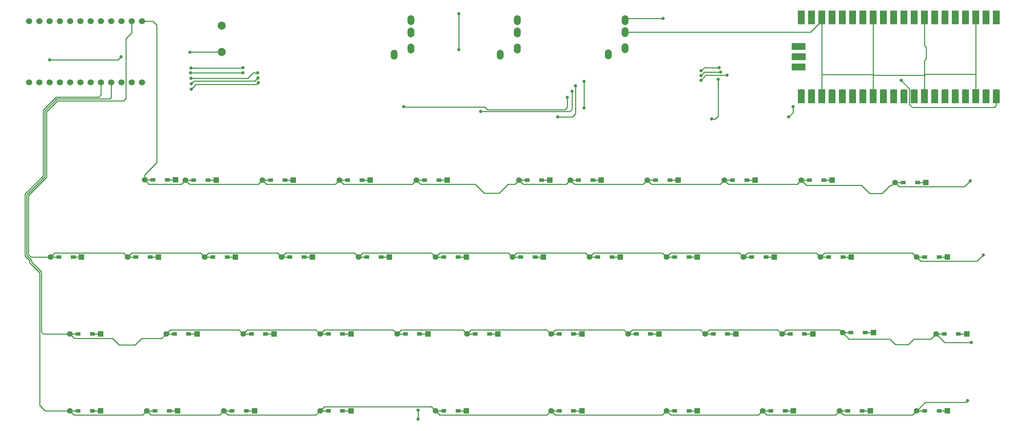
<source format=gbr>
G04 #@! TF.GenerationSoftware,KiCad,Pcbnew,(5.1.6-0-10_14)*
G04 #@! TF.CreationDate,2022-07-23T13:37:28+09:00*
G04 #@! TF.ProjectId,cool445,636f6f6c-3434-4352-9e6b-696361645f70,rev?*
G04 #@! TF.SameCoordinates,Original*
G04 #@! TF.FileFunction,Copper,L1,Top*
G04 #@! TF.FilePolarity,Positive*
%FSLAX46Y46*%
G04 Gerber Fmt 4.6, Leading zero omitted, Abs format (unit mm)*
G04 Created by KiCad (PCBNEW (5.1.6-0-10_14)) date 2022-07-23 13:37:28*
%MOMM*%
%LPD*%
G01*
G04 APERTURE LIST*
G04 #@! TA.AperFunction,ComponentPad*
%ADD10C,1.397000*%
G04 #@! TD*
G04 #@! TA.AperFunction,ComponentPad*
%ADD11R,1.397000X1.397000*%
G04 #@! TD*
G04 #@! TA.AperFunction,SMDPad,CuDef*
%ADD12R,1.300000X0.950000*%
G04 #@! TD*
G04 #@! TA.AperFunction,ComponentPad*
%ADD13C,2.000000*%
G04 #@! TD*
G04 #@! TA.AperFunction,ComponentPad*
%ADD14O,1.700000X1.700000*%
G04 #@! TD*
G04 #@! TA.AperFunction,ComponentPad*
%ADD15R,1.700000X1.700000*%
G04 #@! TD*
G04 #@! TA.AperFunction,SMDPad,CuDef*
%ADD16R,1.700000X3.500000*%
G04 #@! TD*
G04 #@! TA.AperFunction,SMDPad,CuDef*
%ADD17R,3.500000X1.700000*%
G04 #@! TD*
G04 #@! TA.AperFunction,ComponentPad*
%ADD18C,1.524000*%
G04 #@! TD*
G04 #@! TA.AperFunction,ComponentPad*
%ADD19O,1.700000X2.500000*%
G04 #@! TD*
G04 #@! TA.AperFunction,ViaPad*
%ADD20C,0.800000*%
G04 #@! TD*
G04 #@! TA.AperFunction,Conductor*
%ADD21C,0.250000*%
G04 #@! TD*
G04 APERTURE END LIST*
D10*
X172403000Y-67150000D03*
D11*
X180023000Y-67150000D03*
D12*
X177988000Y-67150000D03*
X174438000Y-67150000D03*
D10*
X143828000Y-67150000D03*
D11*
X151448000Y-67150000D03*
D12*
X149413000Y-67150000D03*
X145863000Y-67150000D03*
D10*
X115253000Y-67150000D03*
D11*
X122873000Y-67150000D03*
D12*
X120838000Y-67150000D03*
X117288000Y-67150000D03*
D10*
X86678000Y-67150000D03*
D11*
X94298000Y-67150000D03*
D12*
X92263000Y-67150000D03*
X88713000Y-67150000D03*
D10*
X24765499Y-48100000D03*
D11*
X32385499Y-48100000D03*
D12*
X30350499Y-48100000D03*
X26800499Y-48100000D03*
D10*
X228920000Y-10560000D03*
D11*
X236540000Y-10560000D03*
D12*
X234505000Y-10560000D03*
X230955000Y-10560000D03*
D10*
X43290000Y-9940000D03*
D11*
X50910000Y-9940000D03*
D12*
X48875000Y-9940000D03*
X45325000Y-9940000D03*
D10*
X234315000Y-67150000D03*
D11*
X241935000Y-67150000D03*
D12*
X239900000Y-67150000D03*
X236350000Y-67150000D03*
D10*
X215265000Y-67150000D03*
D11*
X222885000Y-67150000D03*
D12*
X220850000Y-67150000D03*
X217300000Y-67150000D03*
D10*
X196215000Y-67150000D03*
D11*
X203835000Y-67150000D03*
D12*
X201800000Y-67150000D03*
X198250000Y-67150000D03*
D10*
X62865000Y-67150000D03*
D11*
X70485000Y-67150000D03*
D12*
X68450000Y-67150000D03*
X64900000Y-67150000D03*
D10*
X110490000Y-10000000D03*
D11*
X118110000Y-10000000D03*
D12*
X116075000Y-10000000D03*
X112525000Y-10000000D03*
D10*
X91440000Y-10000000D03*
D11*
X99060000Y-10000000D03*
D12*
X97025000Y-10000000D03*
X93475000Y-10000000D03*
X155387500Y-29050000D03*
D10*
X153352500Y-29050000D03*
D11*
X160972500Y-29050000D03*
D12*
X158937500Y-29050000D03*
X174437500Y-29050000D03*
D10*
X172402500Y-29050000D03*
D11*
X180022500Y-29050000D03*
D12*
X177987500Y-29050000D03*
X193487500Y-29050000D03*
D10*
X191452500Y-29050000D03*
D11*
X199072500Y-29050000D03*
D12*
X197037500Y-29050000D03*
D13*
X62340000Y28280000D03*
X62340000Y21780000D03*
D14*
X254030000Y29450000D03*
X251490000Y29450000D03*
D15*
X248950000Y29450000D03*
D14*
X246410000Y29450000D03*
X243870000Y29450000D03*
X241330000Y29450000D03*
X238790000Y29450000D03*
D15*
X236250000Y29450000D03*
D14*
X233710000Y29450000D03*
X231170000Y29450000D03*
X228630000Y29450000D03*
X226090000Y29450000D03*
D15*
X223550000Y29450000D03*
D14*
X221010000Y29450000D03*
X218470000Y29450000D03*
X215930000Y29450000D03*
X213390000Y29450000D03*
D15*
X210850000Y29450000D03*
D14*
X208310000Y29450000D03*
X205770000Y29450000D03*
X205770000Y11670000D03*
X208310000Y11670000D03*
D15*
X210850000Y11670000D03*
D14*
X213390000Y11670000D03*
X215930000Y11670000D03*
X218470000Y11670000D03*
X221010000Y11670000D03*
D15*
X223550000Y11670000D03*
D14*
X226090000Y11670000D03*
X228630000Y11670000D03*
X231170000Y11670000D03*
X233710000Y11670000D03*
D15*
X236250000Y11670000D03*
D14*
X238790000Y11670000D03*
X241330000Y11670000D03*
X243870000Y11670000D03*
X246410000Y11670000D03*
D15*
X248950000Y11670000D03*
D14*
X251490000Y11670000D03*
X254030000Y11670000D03*
D16*
X254030000Y30350000D03*
X251490000Y30350000D03*
X248950000Y30350000D03*
X246410000Y30350000D03*
X243870000Y30350000D03*
X241330000Y30350000D03*
X238790000Y30350000D03*
X236250000Y30350000D03*
X233710000Y30350000D03*
X231170000Y30350000D03*
X228630000Y30350000D03*
X226090000Y30350000D03*
X223550000Y30350000D03*
X221010000Y30350000D03*
X218470000Y30350000D03*
X215930000Y30350000D03*
X213390000Y30350000D03*
X210850000Y30350000D03*
X208310000Y30350000D03*
X205770000Y30350000D03*
X254030000Y10770000D03*
X251490000Y10770000D03*
X248950000Y10770000D03*
X246410000Y10770000D03*
X243870000Y10770000D03*
X241330000Y10770000D03*
X238790000Y10770000D03*
X236250000Y10770000D03*
X233710000Y10770000D03*
X231170000Y10770000D03*
X228630000Y10770000D03*
X226090000Y10770000D03*
X223550000Y10770000D03*
X221010000Y10770000D03*
X218470000Y10770000D03*
X215930000Y10770000D03*
X213390000Y10770000D03*
X210850000Y10770000D03*
X208310000Y10770000D03*
X205770000Y10770000D03*
D17*
X205100000Y23100000D03*
D14*
X206000000Y23100000D03*
D17*
X205100000Y20560000D03*
D15*
X206000000Y20560000D03*
D17*
X205100000Y18020000D03*
D14*
X206000000Y18020000D03*
D18*
X14692000Y14201400D03*
X17232000Y14201400D03*
X19772000Y14201400D03*
X22312000Y14201400D03*
X24852000Y14201400D03*
X27392000Y14201400D03*
X29932000Y14201400D03*
X32472000Y14201400D03*
X35012000Y14201400D03*
X37552000Y14201400D03*
X40092000Y14201400D03*
X42632000Y14201400D03*
X42632000Y29421400D03*
X40092000Y29421400D03*
X37552000Y29421400D03*
X35012000Y29421400D03*
X32472000Y29421400D03*
X29932000Y29421400D03*
X27392000Y29421400D03*
X24852000Y29421400D03*
X22312000Y29421400D03*
X19772000Y29421400D03*
X17232000Y29421400D03*
X14692000Y29421400D03*
D12*
X101787500Y-29050000D03*
D11*
X103822500Y-29050000D03*
D10*
X96202500Y-29050000D03*
D12*
X98237500Y-29050000D03*
X117287500Y-29050000D03*
D10*
X115252500Y-29050000D03*
D11*
X122872500Y-29050000D03*
D12*
X120837500Y-29050000D03*
D10*
X43815000Y-67150000D03*
D11*
X51435000Y-67150000D03*
D12*
X49400000Y-67150000D03*
X45850000Y-67150000D03*
D10*
X24765000Y-67150000D03*
D11*
X32385000Y-67150000D03*
D12*
X30350000Y-67150000D03*
X26800000Y-67150000D03*
D10*
X239077500Y-48100000D03*
D11*
X246697500Y-48100000D03*
D12*
X244662500Y-48100000D03*
X241112500Y-48100000D03*
D10*
X215970000Y-47730000D03*
D11*
X223590000Y-47730000D03*
D12*
X221555000Y-47730000D03*
X218005000Y-47730000D03*
D10*
X200977500Y-48100000D03*
D11*
X208597500Y-48100000D03*
D12*
X206562500Y-48100000D03*
X203012500Y-48100000D03*
D10*
X181927500Y-48100000D03*
D11*
X189547500Y-48100000D03*
D12*
X187512500Y-48100000D03*
X183962500Y-48100000D03*
D10*
X162877500Y-48100000D03*
D11*
X170497500Y-48100000D03*
D12*
X168462500Y-48100000D03*
X164912500Y-48100000D03*
D10*
X143827500Y-48100000D03*
D11*
X151447500Y-48100000D03*
D12*
X149412500Y-48100000D03*
X145862500Y-48100000D03*
D10*
X123010000Y-48080000D03*
D11*
X130630000Y-48080000D03*
D12*
X128595000Y-48080000D03*
X125045000Y-48080000D03*
D10*
X105727500Y-48100000D03*
D11*
X113347500Y-48100000D03*
D12*
X111312500Y-48100000D03*
X107762500Y-48100000D03*
D10*
X86677500Y-48100000D03*
D11*
X94297500Y-48100000D03*
D12*
X92262500Y-48100000D03*
X88712500Y-48100000D03*
D10*
X67627500Y-48100000D03*
D11*
X75247500Y-48100000D03*
D12*
X73212500Y-48100000D03*
X69662500Y-48100000D03*
D10*
X48577500Y-48100000D03*
D11*
X56197500Y-48100000D03*
D12*
X54162500Y-48100000D03*
X50612500Y-48100000D03*
D10*
X205740000Y-10000000D03*
D11*
X213360000Y-10000000D03*
D12*
X211325000Y-10000000D03*
X207775000Y-10000000D03*
D10*
X186690000Y-10000000D03*
D11*
X194310000Y-10000000D03*
D12*
X192275000Y-10000000D03*
X188725000Y-10000000D03*
D10*
X167640000Y-10000000D03*
D11*
X175260000Y-10000000D03*
D12*
X173225000Y-10000000D03*
X169675000Y-10000000D03*
D10*
X148590000Y-10000000D03*
D11*
X156210000Y-10000000D03*
D12*
X154175000Y-10000000D03*
X150625000Y-10000000D03*
D10*
X135890000Y-10000000D03*
D11*
X143510000Y-10000000D03*
D12*
X141475000Y-10000000D03*
X137925000Y-10000000D03*
X236350500Y-29050000D03*
D10*
X234315500Y-29050000D03*
D11*
X241935500Y-29050000D03*
D12*
X239900500Y-29050000D03*
D10*
X72390000Y-10000000D03*
D11*
X80010000Y-10000000D03*
D12*
X77975000Y-10000000D03*
X74425000Y-10000000D03*
D10*
X53340000Y-10000000D03*
D11*
X60960000Y-10000000D03*
D12*
X58925000Y-10000000D03*
X55375000Y-10000000D03*
X25587500Y-29050000D03*
D11*
X27622500Y-29050000D03*
D10*
X20002500Y-29050000D03*
D12*
X22037500Y-29050000D03*
X44637500Y-29050000D03*
D11*
X46672500Y-29050000D03*
D10*
X39052500Y-29050000D03*
D12*
X41087500Y-29050000D03*
X63687500Y-29050000D03*
D11*
X65722500Y-29050000D03*
D10*
X58102500Y-29050000D03*
D12*
X60137500Y-29050000D03*
X82737500Y-29050000D03*
D11*
X84772500Y-29050000D03*
D10*
X77152500Y-29050000D03*
D12*
X79187500Y-29050000D03*
X136337500Y-29050000D03*
D10*
X134302500Y-29050000D03*
D11*
X141922500Y-29050000D03*
D12*
X139887500Y-29050000D03*
X212537500Y-29050000D03*
D10*
X210502500Y-29050000D03*
D11*
X218122500Y-29050000D03*
D12*
X216087500Y-29050000D03*
D19*
X135470000Y29610000D03*
X135470000Y26610000D03*
X135470000Y22610000D03*
X131270000Y21110000D03*
X104990000Y21110000D03*
X109190000Y22610000D03*
X109190000Y26610000D03*
X109190000Y29610000D03*
X162170000Y29670000D03*
X162170000Y26670000D03*
X162170000Y22670000D03*
X157970000Y21170000D03*
D20*
X247615000Y-10125000D03*
X250780000Y-28540000D03*
X247800000Y-50230000D03*
X246940000Y-64590000D03*
X171580000Y30050000D03*
X54440000Y21700000D03*
X37450000Y20600000D03*
X19772000Y19792000D03*
X230440030Y14710030D03*
X67560000Y17840000D03*
X54680000Y17810000D03*
X120980000Y22330000D03*
X120980000Y31210000D03*
X54820000Y12560000D03*
X71370000Y14160000D03*
X180920000Y14760000D03*
X187380000Y16000000D03*
X110910000Y-69190000D03*
X110910000Y-67010000D03*
X107400000Y8200000D03*
X147880000Y10500000D03*
X126450000Y7040000D03*
X149010000Y12040000D03*
X145500000Y5690000D03*
X149890000Y13360000D03*
X151960000Y14500000D03*
X151970000Y7850000D03*
X183600000Y5210000D03*
X185170000Y14980000D03*
X202650000Y5660000D03*
X203720000Y8230000D03*
X71250000Y16600000D03*
X54680000Y15280000D03*
X180950000Y17075000D03*
X185460000Y17890000D03*
X54760000Y13870000D03*
X71320000Y15340000D03*
X180920000Y15920000D03*
X185740000Y16750000D03*
X67555000Y16625000D03*
X54670000Y16590000D03*
D21*
X58925000Y-10000000D02*
X60960000Y-10000000D01*
X246156499Y-11583501D02*
X229943501Y-11583501D01*
X229943501Y-11583501D02*
X228920000Y-10560000D01*
X46260000Y28450000D02*
X45288600Y29421400D01*
X45288600Y29421400D02*
X42632000Y29421400D01*
X185666499Y-11023501D02*
X186690000Y-10000000D01*
X228920000Y-10560000D02*
X230955000Y-10560000D01*
X168663501Y-11023501D02*
X185666499Y-11023501D01*
X43290000Y-8650000D02*
X46260000Y-5680000D01*
X186690000Y-10000000D02*
X188725000Y-10000000D01*
X204716499Y-11023501D02*
X205740000Y-10000000D01*
X187713501Y-11023501D02*
X204716499Y-11023501D01*
X205740000Y-10000000D02*
X207775000Y-10000000D01*
X186690000Y-10000000D02*
X187713501Y-11023501D01*
X167640000Y-10000000D02*
X169675000Y-10000000D01*
X149613501Y-11023501D02*
X166616499Y-11023501D01*
X148590000Y-10000000D02*
X149613501Y-11023501D01*
X167640000Y-10000000D02*
X168663501Y-11023501D01*
X46260000Y-5680000D02*
X46260000Y28450000D01*
X43290000Y-9940000D02*
X43290000Y-8650000D01*
X110490000Y-10000000D02*
X112525000Y-10000000D01*
X135890000Y-10000000D02*
X137925000Y-10000000D01*
X147566499Y-11023501D02*
X148590000Y-10000000D01*
X136913501Y-11023501D02*
X147566499Y-11023501D01*
X135890000Y-10000000D02*
X136913501Y-11023501D01*
X148590000Y-10000000D02*
X150625000Y-10000000D01*
X166616499Y-11023501D02*
X167640000Y-10000000D01*
X91440000Y-10000000D02*
X92463501Y-11023501D01*
X92463501Y-11023501D02*
X109466499Y-11023501D01*
X109466499Y-11023501D02*
X110490000Y-10000000D01*
X91440000Y-10000000D02*
X93475000Y-10000000D01*
X72390000Y-10000000D02*
X73413501Y-11023501D01*
X73413501Y-11023501D02*
X90416499Y-11023501D01*
X90416499Y-11023501D02*
X91440000Y-10000000D01*
X72390000Y-10000000D02*
X74425000Y-10000000D01*
X53340000Y-10000000D02*
X54363501Y-11023501D01*
X54363501Y-11023501D02*
X71366499Y-11023501D01*
X71366499Y-11023501D02*
X72390000Y-10000000D01*
X55375000Y-10115000D02*
X55260000Y-10000000D01*
X55260000Y-10000000D02*
X53340000Y-10000000D01*
X55375000Y-10000000D02*
X55375000Y-10115000D01*
X43290000Y-9940000D02*
X44313501Y-10963501D01*
X44313501Y-10963501D02*
X52376499Y-10963501D01*
X52376499Y-10963501D02*
X53340000Y-10000000D01*
X43290000Y-9940000D02*
X45325000Y-9940000D01*
X134866499Y-11023501D02*
X135890000Y-10000000D01*
X133236499Y-11023501D02*
X134866499Y-11023501D01*
X111513501Y-11023501D02*
X125103501Y-11023501D01*
X125103501Y-11023501D02*
X127310000Y-13230000D01*
X127310000Y-13230000D02*
X131030000Y-13230000D01*
X110490000Y-10000000D02*
X111513501Y-11023501D01*
X131030000Y-13230000D02*
X133236499Y-11023501D01*
X220658499Y-11258499D02*
X222690000Y-13290000D01*
X205740000Y-10000000D02*
X206998499Y-11258499D01*
X225730000Y-13290000D02*
X227761501Y-11258499D01*
X227761501Y-11258499D02*
X228221501Y-11258499D01*
X222690000Y-13290000D02*
X225730000Y-13290000D01*
X228221501Y-11258499D02*
X228920000Y-10560000D01*
X206998499Y-11258499D02*
X220658499Y-11258499D01*
X247615000Y-10125000D02*
X246156499Y-11583501D01*
X77975000Y-10000000D02*
X80010000Y-10000000D01*
X97025000Y-10000000D02*
X99060000Y-10000000D01*
X116075000Y-10000000D02*
X118110000Y-10000000D01*
X141475000Y-10000000D02*
X143510000Y-10000000D01*
X154175000Y-10000000D02*
X156210000Y-10000000D01*
X173225000Y-10000000D02*
X175260000Y-10000000D01*
X192275000Y-10000000D02*
X194310000Y-10000000D01*
X211325000Y-10000000D02*
X213360000Y-10000000D01*
X25587500Y-29050000D02*
X27622500Y-29050000D01*
X20002500Y-29050000D02*
X22037500Y-29050000D01*
X250780000Y-28540000D02*
X249246499Y-30073501D01*
X249246499Y-30073501D02*
X235339001Y-30073501D01*
X235339001Y-30073501D02*
X234315500Y-29050000D01*
X39052500Y-29050000D02*
X38028999Y-28026499D01*
X38028999Y-28026499D02*
X21026001Y-28026499D01*
X21026001Y-28026499D02*
X20002500Y-29050000D01*
X39052500Y-29050000D02*
X41087500Y-29050000D01*
X58102500Y-29050000D02*
X57078999Y-28026499D01*
X57078999Y-28026499D02*
X40076001Y-28026499D01*
X40076001Y-28026499D02*
X39052500Y-29050000D01*
X58102500Y-29050000D02*
X60137500Y-29050000D01*
X77152500Y-29050000D02*
X76128999Y-28026499D01*
X76128999Y-28026499D02*
X59126001Y-28026499D01*
X59126001Y-28026499D02*
X58102500Y-29050000D01*
X77152500Y-29050000D02*
X79187500Y-29050000D01*
X96202500Y-29050000D02*
X95178999Y-28026499D01*
X95178999Y-28026499D02*
X78176001Y-28026499D01*
X78176001Y-28026499D02*
X77152500Y-29050000D01*
X96202500Y-29050000D02*
X98237500Y-29050000D01*
X115252500Y-29050000D02*
X114228999Y-28026499D01*
X114228999Y-28026499D02*
X97226001Y-28026499D01*
X97226001Y-28026499D02*
X96202500Y-29050000D01*
X115252500Y-29050000D02*
X117287500Y-29050000D01*
X134302500Y-29050000D02*
X133278999Y-28026499D01*
X133278999Y-28026499D02*
X116276001Y-28026499D01*
X116276001Y-28026499D02*
X115252500Y-29050000D01*
X134302500Y-29050000D02*
X136337500Y-29050000D01*
X153352500Y-29050000D02*
X152328999Y-28026499D01*
X135326001Y-28026499D02*
X134302500Y-29050000D01*
X152328999Y-28026499D02*
X135326001Y-28026499D01*
X153352500Y-29050000D02*
X155387500Y-29050000D01*
X172402500Y-29050000D02*
X171378999Y-28026499D01*
X171378999Y-28026499D02*
X154376001Y-28026499D01*
X154376001Y-28026499D02*
X153352500Y-29050000D01*
X172402500Y-29050000D02*
X174437500Y-29050000D01*
X191452500Y-29050000D02*
X190428999Y-28026499D01*
X190428999Y-28026499D02*
X173426001Y-28026499D01*
X173426001Y-28026499D02*
X172402500Y-29050000D01*
X191452500Y-29050000D02*
X193487500Y-29050000D01*
X210502500Y-29050000D02*
X209478999Y-28026499D01*
X209478999Y-28026499D02*
X192476001Y-28026499D01*
X192476001Y-28026499D02*
X191452500Y-29050000D01*
X210502500Y-29050000D02*
X212537500Y-29050000D01*
X234315500Y-29050000D02*
X233291999Y-28026499D01*
X233291999Y-28026499D02*
X211526001Y-28026499D01*
X211526001Y-28026499D02*
X210502500Y-29050000D01*
X234315500Y-29050000D02*
X236350500Y-29050000D01*
X14530000Y-28440000D02*
X15140000Y-29050000D01*
X14530000Y-13780000D02*
X14530000Y-28440000D01*
X19000000Y6969960D02*
X19000000Y-9310000D01*
X15140000Y-29050000D02*
X20002500Y-29050000D01*
X38639001Y25069001D02*
X38639001Y10279001D01*
X34816391Y9689981D02*
X21720020Y9689980D01*
X38639001Y10279001D02*
X38030000Y9670000D01*
X34836372Y9670000D02*
X34816391Y9689981D01*
X38030000Y9670000D02*
X34836372Y9670000D01*
X40092000Y26522000D02*
X38639001Y25069001D01*
X19000000Y-9310000D02*
X14530000Y-13780000D01*
X21720020Y9689980D02*
X19000000Y6969960D01*
X40092000Y29421400D02*
X40092000Y26522000D01*
X44637500Y-29050000D02*
X46672500Y-29050000D01*
X63687500Y-29050000D02*
X65722500Y-29050000D01*
X82737500Y-29050000D02*
X84772500Y-29050000D01*
X101787500Y-29050000D02*
X103822500Y-29050000D01*
X120837500Y-29050000D02*
X122872500Y-29050000D01*
X139887500Y-29050000D02*
X141922500Y-29050000D01*
X158937500Y-29050000D02*
X160972500Y-29050000D01*
X177987500Y-29050000D02*
X180022500Y-29050000D01*
X197037500Y-29050000D02*
X199072500Y-29050000D01*
X216087500Y-29050000D02*
X218122500Y-29050000D01*
X54162500Y-48100000D02*
X56197500Y-48100000D01*
X14079991Y-28626401D02*
X15265000Y-29811410D01*
X21533619Y10139989D02*
X18549990Y7156360D01*
X18549990Y-9123600D02*
X14079990Y-13593600D01*
X17740010Y-47640000D02*
X18200010Y-48100000D01*
X17740010Y-32720010D02*
X17740010Y-47640000D01*
X18200010Y-48100000D02*
X24765499Y-48100000D01*
X35012000Y10522000D02*
X34629990Y10139990D01*
X34629990Y10139990D02*
X21533619Y10139989D01*
X15265000Y-29811410D02*
X15265000Y-30245000D01*
X14079990Y-13593600D02*
X14079991Y-28626401D01*
X15265000Y-30245000D02*
X17740010Y-32720010D01*
X18549990Y7156360D02*
X18549990Y-9123600D01*
X35012000Y14201400D02*
X35012000Y10522000D01*
X241207500Y-50230000D02*
X239077500Y-48100000D01*
X239077500Y-48100000D02*
X241112500Y-48100000D01*
X215970000Y-47730000D02*
X218005000Y-47730000D01*
X200977500Y-48100000D02*
X203012500Y-48100000D01*
X181927500Y-48100000D02*
X183962500Y-48100000D01*
X162877500Y-48100000D02*
X164912500Y-48100000D01*
X143827500Y-48100000D02*
X145862500Y-48100000D01*
X123010000Y-48080000D02*
X125045000Y-48080000D01*
X105727500Y-48100000D02*
X107762500Y-48100000D01*
X86677500Y-48100000D02*
X88712500Y-48100000D01*
X67627500Y-48100000D02*
X69662500Y-48100000D01*
X48577500Y-48100000D02*
X50612500Y-48100000D01*
X24765499Y-48100000D02*
X26800499Y-48100000D01*
X67627500Y-48100000D02*
X66603999Y-47076499D01*
X66603999Y-47076499D02*
X49601001Y-47076499D01*
X49601001Y-47076499D02*
X48577500Y-48100000D01*
X86677500Y-48100000D02*
X85653999Y-47076499D01*
X85653999Y-47076499D02*
X68651001Y-47076499D01*
X68651001Y-47076499D02*
X67627500Y-48100000D01*
X105727500Y-48100000D02*
X104703999Y-47076499D01*
X104703999Y-47076499D02*
X87701001Y-47076499D01*
X87701001Y-47076499D02*
X86677500Y-48100000D01*
X143827500Y-48100000D02*
X142783999Y-47056499D01*
X124033501Y-47056499D02*
X123010000Y-48080000D01*
X142783999Y-47056499D02*
X124033501Y-47056499D01*
X162877500Y-48100000D02*
X161853999Y-47076499D01*
X161853999Y-47076499D02*
X144851001Y-47076499D01*
X144851001Y-47076499D02*
X143827500Y-48100000D01*
X181927500Y-48100000D02*
X180903999Y-47076499D01*
X180903999Y-47076499D02*
X163901001Y-47076499D01*
X163901001Y-47076499D02*
X162877500Y-48100000D01*
X200977500Y-48100000D02*
X199953999Y-47076499D01*
X199953999Y-47076499D02*
X182951001Y-47076499D01*
X182951001Y-47076499D02*
X181927500Y-48100000D01*
X215970000Y-47730000D02*
X215271501Y-47031501D01*
X202045999Y-47031501D02*
X200977500Y-48100000D01*
X215271501Y-47031501D02*
X202045999Y-47031501D01*
X123010000Y-48080000D02*
X122006499Y-47076499D01*
X122006499Y-47076499D02*
X106751001Y-47076499D01*
X106751001Y-47076499D02*
X105727500Y-48100000D01*
X215970000Y-47730000D02*
X217570000Y-49330000D01*
X217570000Y-49330000D02*
X227670000Y-49330000D01*
X232240000Y-50720000D02*
X233630000Y-49330000D01*
X227670000Y-49330000D02*
X229060000Y-50720000D01*
X237847500Y-49330000D02*
X239077500Y-48100000D01*
X229060000Y-50720000D02*
X232240000Y-50720000D01*
X233630000Y-49330000D02*
X237847500Y-49330000D01*
X25873355Y-49207856D02*
X35287856Y-49207856D01*
X40880000Y-50830000D02*
X42502144Y-49207856D01*
X47469644Y-49207856D02*
X48577500Y-48100000D01*
X35287856Y-49207856D02*
X36910000Y-50830000D01*
X24765499Y-48100000D02*
X25873355Y-49207856D01*
X36910000Y-50830000D02*
X40880000Y-50830000D01*
X42502144Y-49207856D02*
X47469644Y-49207856D01*
X247800000Y-50230000D02*
X241207500Y-50230000D01*
X73212500Y-48100000D02*
X75247500Y-48100000D01*
X92262500Y-48100000D02*
X94297500Y-48100000D01*
X111312500Y-48100000D02*
X113347500Y-48100000D01*
X128595000Y-48080000D02*
X130630000Y-48080000D01*
X149412500Y-48100000D02*
X151447500Y-48100000D01*
X168462500Y-48100000D02*
X170497500Y-48100000D01*
X187512500Y-48100000D02*
X189547500Y-48100000D01*
X206562500Y-48100000D02*
X208597500Y-48100000D01*
X221555000Y-47730000D02*
X223590000Y-47730000D01*
X244662500Y-48100000D02*
X246697500Y-48100000D01*
X30350000Y-67150000D02*
X32385000Y-67150000D01*
X17290000Y-65760000D02*
X17290000Y-32906410D01*
X14814990Y-29997810D02*
X13629982Y-28812800D01*
X24765000Y-67150000D02*
X18680000Y-67150000D01*
X31900000Y10590000D02*
X32472000Y11162000D01*
X14790000Y-30406410D02*
X14790000Y-30030000D01*
X18099981Y7342761D02*
X21347220Y10590000D01*
X14814990Y-30005010D02*
X14814990Y-29997810D01*
X21347220Y10590000D02*
X31900000Y10590000D01*
X17290000Y-32906410D02*
X14790000Y-30406410D01*
X13629981Y-13407199D02*
X18099980Y-8937200D01*
X18680000Y-67150000D02*
X17290000Y-65760000D01*
X14790000Y-30030000D02*
X14814990Y-30005010D01*
X32472000Y11162000D02*
X32472000Y14201400D01*
X13629982Y-28812800D02*
X13629981Y-13407199D01*
X18099980Y-8937200D02*
X18099981Y7342761D01*
X246940000Y-64590000D02*
X246540001Y-64989999D01*
X246540001Y-64989999D02*
X236475001Y-64989999D01*
X236475001Y-64989999D02*
X234315000Y-67150000D01*
X115253000Y-67150000D02*
X114229499Y-66126499D01*
X114229499Y-66126499D02*
X87701501Y-66126499D01*
X87701501Y-66126499D02*
X86678000Y-67150000D01*
X215265000Y-67150000D02*
X216288501Y-68173501D01*
X216288501Y-68173501D02*
X233291499Y-68173501D01*
X233291499Y-68173501D02*
X234315000Y-67150000D01*
X196215000Y-67150000D02*
X197238501Y-68173501D01*
X197238501Y-68173501D02*
X214241499Y-68173501D01*
X214241499Y-68173501D02*
X215265000Y-67150000D01*
X172403000Y-67150000D02*
X173426501Y-68173501D01*
X173426501Y-68173501D02*
X195191499Y-68173501D01*
X195191499Y-68173501D02*
X196215000Y-67150000D01*
X143828000Y-67150000D02*
X144851501Y-68173501D01*
X144851501Y-68173501D02*
X171379499Y-68173501D01*
X171379499Y-68173501D02*
X172403000Y-67150000D01*
X115253000Y-67150000D02*
X116276501Y-68173501D01*
X116276501Y-68173501D02*
X142804499Y-68173501D01*
X142804499Y-68173501D02*
X143828000Y-67150000D01*
X62865000Y-67150000D02*
X63888501Y-68173501D01*
X63888501Y-68173501D02*
X85654499Y-68173501D01*
X85654499Y-68173501D02*
X86678000Y-67150000D01*
X43815000Y-67150000D02*
X44838501Y-68173501D01*
X44838501Y-68173501D02*
X61841499Y-68173501D01*
X61841499Y-68173501D02*
X62865000Y-67150000D01*
X24765000Y-67150000D02*
X25788501Y-68173501D01*
X42791499Y-68173501D02*
X43815000Y-67150000D01*
X25788501Y-68173501D02*
X42791499Y-68173501D01*
X234315000Y-67150000D02*
X236350000Y-67150000D01*
X215265000Y-67150000D02*
X217300000Y-67150000D01*
X196215000Y-67150000D02*
X198250000Y-67150000D01*
X172403000Y-67150000D02*
X174438000Y-67150000D01*
X143828000Y-67150000D02*
X145863000Y-67150000D01*
X115253000Y-67150000D02*
X117288000Y-67150000D01*
X86678000Y-67150000D02*
X88713000Y-67150000D01*
X62865000Y-67150000D02*
X64900000Y-67150000D01*
X43815000Y-67150000D02*
X45850000Y-67150000D01*
X26130000Y-67150000D02*
X26800000Y-67150000D01*
X24765000Y-67150000D02*
X26130000Y-67150000D01*
X49400000Y-67150000D02*
X51435000Y-67150000D01*
X68450000Y-67150000D02*
X70485000Y-67150000D01*
X201800000Y-67150000D02*
X203835000Y-67150000D01*
X220850000Y-67150000D02*
X222885000Y-67150000D01*
X239900000Y-67150000D02*
X241935000Y-67150000D01*
X48875000Y-9940000D02*
X50910000Y-9940000D01*
X234505000Y-10560000D02*
X236540000Y-10560000D01*
X239900500Y-29050000D02*
X241935500Y-29050000D01*
X30350499Y-48100000D02*
X32385499Y-48100000D01*
X92263000Y-67150000D02*
X94298000Y-67150000D01*
X120838000Y-67150000D02*
X122873000Y-67150000D01*
X149413000Y-67150000D02*
X151448000Y-67150000D01*
X177988000Y-67150000D02*
X180023000Y-67150000D01*
X171580000Y30050000D02*
X162550000Y30050000D01*
X162550000Y30050000D02*
X162170000Y29670000D01*
X208040000Y26640000D02*
X162200000Y26640000D01*
X162200000Y26640000D02*
X162170000Y26670000D01*
X210850000Y29450000D02*
X208040000Y26640000D01*
X210850000Y11670000D02*
X210850000Y16190000D01*
X210850000Y16190000D02*
X210850000Y29450000D01*
X210870000Y16210000D02*
X210850000Y16190000D01*
X223550000Y16210000D02*
X210870000Y16210000D01*
X223550000Y11670000D02*
X223550000Y16210000D01*
X223550000Y16210000D02*
X223550000Y29450000D01*
X236250000Y16000000D02*
X223760000Y16000000D01*
X223760000Y16000000D02*
X223550000Y16210000D01*
X248950000Y16220000D02*
X248950000Y29450000D01*
X248950000Y16220000D02*
X236470000Y16220000D01*
X248950000Y11670000D02*
X248950000Y16220000D01*
X236250000Y19620000D02*
X236250000Y16000000D01*
X236250000Y16000000D02*
X236250000Y11670000D01*
X236470000Y16220000D02*
X236250000Y16000000D01*
X236690000Y20060000D02*
X236250000Y19620000D01*
X236690000Y22950000D02*
X236690000Y20060000D01*
X236250000Y23390000D02*
X236690000Y22950000D01*
X236250000Y29450000D02*
X236250000Y23390000D01*
X36642000Y19792000D02*
X37450000Y20600000D01*
X19772000Y19792000D02*
X36642000Y19792000D01*
X62340000Y21780000D02*
X54520000Y21780000D01*
X54520000Y21780000D02*
X54440000Y21700000D01*
X230440030Y14710030D02*
X232534999Y12615061D01*
X232534999Y12615061D02*
X232534999Y8759999D01*
X232534999Y8759999D02*
X233264998Y8030000D01*
X253490000Y8030000D02*
X254030000Y8570000D01*
X233264998Y8030000D02*
X253490000Y8030000D01*
X254030000Y8570000D02*
X254030000Y11670000D01*
X54680000Y17810000D02*
X67530000Y17810000D01*
X67530000Y17810000D02*
X67560000Y17840000D01*
X120980000Y31210000D02*
X120980000Y22330000D01*
X70940000Y13730000D02*
X55990000Y13730000D01*
X55990000Y13730000D02*
X54820000Y12560000D01*
X71370000Y14160000D02*
X70940000Y13730000D01*
X187380000Y16000000D02*
X182160000Y16000000D01*
X182160000Y16000000D02*
X180920000Y14760000D01*
X110910000Y-69190000D02*
X110910000Y-67010000D01*
X127460000Y8120000D02*
X107480000Y8120000D01*
X107480000Y8120000D02*
X107400000Y8200000D01*
X128139990Y7440010D02*
X127460000Y8120000D01*
X147270010Y7440010D02*
X128139990Y7440010D01*
X147880000Y8050000D02*
X147270010Y7440010D01*
X147880000Y10500000D02*
X147880000Y8050000D01*
X148420000Y6990000D02*
X126500000Y6990000D01*
X126500000Y6990000D02*
X126450000Y7040000D01*
X149010000Y7580000D02*
X148420000Y6990000D01*
X149010000Y12040000D02*
X149010000Y7580000D01*
X149890000Y6470000D02*
X149110000Y5690000D01*
X149110000Y5690000D02*
X145500000Y5690000D01*
X149890000Y13360000D02*
X149890000Y6470000D01*
X151970000Y7850000D02*
X151970000Y14490000D01*
X151970000Y14490000D02*
X151960000Y14500000D01*
X184550000Y5210000D02*
X183600000Y5210000D01*
X185170000Y5830000D02*
X184550000Y5210000D01*
X185170000Y14980000D02*
X185170000Y5830000D01*
X203720000Y6720000D02*
X202660000Y5660000D01*
X202660000Y5660000D02*
X202650000Y5660000D01*
X203720000Y8230000D02*
X203720000Y6720000D01*
X68800000Y15280000D02*
X70120000Y16600000D01*
X70120000Y16600000D02*
X71250000Y16600000D01*
X68600000Y15280000D02*
X54680000Y15280000D01*
X68600000Y15280000D02*
X68800000Y15280000D01*
X185460000Y17890000D02*
X181765000Y17890000D01*
X181765000Y17890000D02*
X180950000Y17075000D01*
X181740000Y16740000D02*
X185730000Y16740000D01*
X185730000Y16740000D02*
X185740000Y16750000D01*
X180920000Y15920000D02*
X181740000Y16740000D01*
X55444999Y14554999D02*
X54760000Y13870000D01*
X71320000Y15340000D02*
X70534999Y14554999D01*
X70534999Y14554999D02*
X55444999Y14554999D01*
X54670000Y16590000D02*
X67520000Y16590000D01*
X67520000Y16590000D02*
X67555000Y16625000D01*
M02*

</source>
